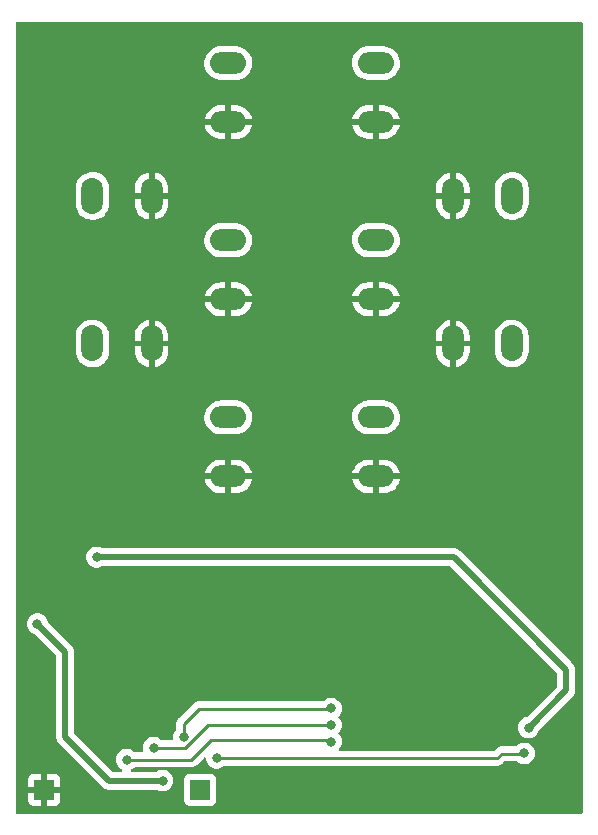
<source format=gbl>
G04 #@! TF.GenerationSoftware,KiCad,Pcbnew,7.0.10*
G04 #@! TF.CreationDate,2024-05-11T00:59:34-04:00*
G04 #@! TF.ProjectId,Remote PCB V2,52656d6f-7465-4205-9043-422056322e6b,rev?*
G04 #@! TF.SameCoordinates,Original*
G04 #@! TF.FileFunction,Copper,L2,Bot*
G04 #@! TF.FilePolarity,Positive*
%FSLAX46Y46*%
G04 Gerber Fmt 4.6, Leading zero omitted, Abs format (unit mm)*
G04 Created by KiCad (PCBNEW 7.0.10) date 2024-05-11 00:59:34*
%MOMM*%
%LPD*%
G01*
G04 APERTURE LIST*
G04 #@! TA.AperFunction,ComponentPad*
%ADD10R,1.700000X1.700000*%
G04 #@! TD*
G04 #@! TA.AperFunction,ComponentPad*
%ADD11O,3.048000X1.850000*%
G04 #@! TD*
G04 #@! TA.AperFunction,ComponentPad*
%ADD12O,1.850000X3.048000*%
G04 #@! TD*
G04 #@! TA.AperFunction,ViaPad*
%ADD13C,0.800000*%
G04 #@! TD*
G04 #@! TA.AperFunction,Conductor*
%ADD14C,0.500000*%
G04 #@! TD*
G04 #@! TA.AperFunction,Conductor*
%ADD15C,0.250000*%
G04 #@! TD*
G04 APERTURE END LIST*
D10*
X77851000Y-65278000D03*
D11*
X80230000Y-3754000D03*
X92730000Y-3754000D03*
X80230000Y-8754000D03*
X92730000Y-8754000D03*
X80230000Y-33754000D03*
X92730000Y-33754000D03*
X80230000Y-38754000D03*
X92730000Y-38754000D03*
D10*
X64643000Y-65278000D03*
D12*
X68730000Y-27504000D03*
X68730000Y-15004000D03*
X73730000Y-27504000D03*
X73730000Y-15004000D03*
X99230000Y-27504000D03*
X99230000Y-15004000D03*
X104230000Y-27504000D03*
X104230000Y-15004000D03*
D11*
X80230000Y-18754000D03*
X92730000Y-18754000D03*
X80230000Y-23754000D03*
X92730000Y-23754000D03*
D13*
X77597000Y-42418000D03*
X71501000Y-66294000D03*
X103759000Y-60960000D03*
X105664000Y-60021000D03*
X69088000Y-45593000D03*
X88930000Y-58404000D03*
X76454000Y-60833000D03*
X73914000Y-61722000D03*
X88930000Y-59802800D03*
X88930000Y-61202800D03*
X71628000Y-62738000D03*
X79248000Y-62611000D03*
X105283000Y-62206500D03*
X74676000Y-64516000D03*
X64071500Y-51244500D03*
D14*
X108839000Y-56846000D02*
X105664000Y-60021000D01*
X69088000Y-45593000D02*
X99314000Y-45593000D01*
X99314000Y-45593000D02*
X108839000Y-55118000D01*
X108839000Y-55118000D02*
X108839000Y-56846000D01*
D15*
X76454000Y-59690000D02*
X77724000Y-58420000D01*
X88914000Y-58420000D02*
X88930000Y-58404000D01*
X76454000Y-60833000D02*
X76454000Y-59690000D01*
X77724000Y-58420000D02*
X88914000Y-58420000D01*
X78500200Y-59802800D02*
X88930000Y-59802800D01*
X73914000Y-61722000D02*
X76590305Y-61722000D01*
X76590305Y-61722000D02*
X77179000Y-61133305D01*
X77179000Y-61133305D02*
X77179000Y-61124000D01*
X77179000Y-61124000D02*
X78500200Y-59802800D01*
X88814200Y-61087000D02*
X88930000Y-61202800D01*
X78740000Y-61087000D02*
X88814200Y-61087000D01*
X77089000Y-62738000D02*
X78740000Y-61087000D01*
X71628000Y-62738000D02*
X77089000Y-62738000D01*
X103378000Y-62230000D02*
X105259500Y-62230000D01*
X79248000Y-62611000D02*
X102997000Y-62611000D01*
X102997000Y-62611000D02*
X103378000Y-62230000D01*
X105259500Y-62230000D02*
X105283000Y-62206500D01*
D14*
X66421000Y-60833000D02*
X66421000Y-53594000D01*
X70104000Y-64516000D02*
X69850000Y-64262000D01*
X74676000Y-64516000D02*
X70104000Y-64516000D01*
X66421000Y-53594000D02*
X64071500Y-51244500D01*
X69850000Y-64262000D02*
X66421000Y-60833000D01*
D15*
X63881000Y-51054000D02*
X64071500Y-51244500D01*
G04 #@! TA.AperFunction,Conductor*
G36*
X110178539Y-274185D02*
G01*
X110224294Y-326989D01*
X110235500Y-378500D01*
X110235500Y-67185500D01*
X110215815Y-67252539D01*
X110163011Y-67298294D01*
X110111500Y-67309500D01*
X62354500Y-67309500D01*
X62287461Y-67289815D01*
X62241706Y-67237011D01*
X62230500Y-67185500D01*
X62230500Y-66175844D01*
X63293000Y-66175844D01*
X63299401Y-66235372D01*
X63299403Y-66235379D01*
X63349645Y-66370086D01*
X63349649Y-66370093D01*
X63435809Y-66485187D01*
X63435812Y-66485190D01*
X63550906Y-66571350D01*
X63550913Y-66571354D01*
X63685620Y-66621596D01*
X63685627Y-66621598D01*
X63745155Y-66627999D01*
X63745172Y-66628000D01*
X64393000Y-66628000D01*
X64393000Y-65713501D01*
X64500685Y-65762680D01*
X64607237Y-65778000D01*
X64678763Y-65778000D01*
X64785315Y-65762680D01*
X64893000Y-65713501D01*
X64893000Y-66628000D01*
X65540828Y-66628000D01*
X65540844Y-66627999D01*
X65600372Y-66621598D01*
X65600379Y-66621596D01*
X65735086Y-66571354D01*
X65735093Y-66571350D01*
X65850187Y-66485190D01*
X65850190Y-66485187D01*
X65936350Y-66370093D01*
X65936354Y-66370086D01*
X65986596Y-66235379D01*
X65986598Y-66235372D01*
X65992996Y-66175870D01*
X76500500Y-66175870D01*
X76500501Y-66175876D01*
X76506908Y-66235483D01*
X76557202Y-66370328D01*
X76557206Y-66370335D01*
X76643452Y-66485544D01*
X76643455Y-66485547D01*
X76758664Y-66571793D01*
X76758671Y-66571797D01*
X76893517Y-66622091D01*
X76893516Y-66622091D01*
X76900444Y-66622835D01*
X76953127Y-66628500D01*
X78748872Y-66628499D01*
X78808483Y-66622091D01*
X78943331Y-66571796D01*
X79058546Y-66485546D01*
X79144796Y-66370331D01*
X79195091Y-66235483D01*
X79201500Y-66175873D01*
X79201499Y-64380128D01*
X79195091Y-64320517D01*
X79144884Y-64185906D01*
X79144797Y-64185671D01*
X79144793Y-64185664D01*
X79058547Y-64070455D01*
X79058544Y-64070452D01*
X78943335Y-63984206D01*
X78943328Y-63984202D01*
X78808482Y-63933908D01*
X78808483Y-63933908D01*
X78748883Y-63927501D01*
X78748881Y-63927500D01*
X78748873Y-63927500D01*
X78748864Y-63927500D01*
X76953129Y-63927500D01*
X76953123Y-63927501D01*
X76893516Y-63933908D01*
X76758671Y-63984202D01*
X76758664Y-63984206D01*
X76643455Y-64070452D01*
X76643452Y-64070455D01*
X76557206Y-64185664D01*
X76557202Y-64185671D01*
X76506908Y-64320517D01*
X76500501Y-64380116D01*
X76500501Y-64380123D01*
X76500500Y-64380135D01*
X76500500Y-66175870D01*
X65992996Y-66175870D01*
X65992999Y-66175844D01*
X65993000Y-66175827D01*
X65993000Y-65528000D01*
X65076686Y-65528000D01*
X65102493Y-65487844D01*
X65143000Y-65349889D01*
X65143000Y-65206111D01*
X65102493Y-65068156D01*
X65076686Y-65028000D01*
X65993000Y-65028000D01*
X65993000Y-64380172D01*
X65992999Y-64380155D01*
X65986598Y-64320627D01*
X65986596Y-64320620D01*
X65936354Y-64185913D01*
X65936350Y-64185906D01*
X65850190Y-64070812D01*
X65850187Y-64070809D01*
X65735093Y-63984649D01*
X65735086Y-63984645D01*
X65600379Y-63934403D01*
X65600372Y-63934401D01*
X65540844Y-63928000D01*
X64893000Y-63928000D01*
X64893000Y-64842498D01*
X64785315Y-64793320D01*
X64678763Y-64778000D01*
X64607237Y-64778000D01*
X64500685Y-64793320D01*
X64393000Y-64842498D01*
X64393000Y-63928000D01*
X63745155Y-63928000D01*
X63685627Y-63934401D01*
X63685620Y-63934403D01*
X63550913Y-63984645D01*
X63550906Y-63984649D01*
X63435812Y-64070809D01*
X63435809Y-64070812D01*
X63349649Y-64185906D01*
X63349645Y-64185913D01*
X63299403Y-64320620D01*
X63299401Y-64320627D01*
X63293000Y-64380155D01*
X63293000Y-65028000D01*
X64209314Y-65028000D01*
X64183507Y-65068156D01*
X64143000Y-65206111D01*
X64143000Y-65349889D01*
X64183507Y-65487844D01*
X64209314Y-65528000D01*
X63293000Y-65528000D01*
X63293000Y-66175844D01*
X62230500Y-66175844D01*
X62230500Y-51244500D01*
X63166040Y-51244500D01*
X63185826Y-51432756D01*
X63185827Y-51432759D01*
X63244318Y-51612777D01*
X63244321Y-51612784D01*
X63338967Y-51776716D01*
X63465629Y-51917388D01*
X63618765Y-52028648D01*
X63618770Y-52028651D01*
X63791691Y-52105642D01*
X63791693Y-52105642D01*
X63791697Y-52105644D01*
X63856829Y-52119487D01*
X63918309Y-52152678D01*
X63918728Y-52153096D01*
X65634181Y-53868549D01*
X65667666Y-53929872D01*
X65670500Y-53956230D01*
X65670500Y-60769294D01*
X65669191Y-60787263D01*
X65665710Y-60811025D01*
X65670028Y-60860368D01*
X65670500Y-60871176D01*
X65670500Y-60876711D01*
X65674098Y-60907495D01*
X65674464Y-60911083D01*
X65681000Y-60985791D01*
X65682461Y-60992867D01*
X65682403Y-60992878D01*
X65684034Y-61000237D01*
X65684092Y-61000224D01*
X65685757Y-61007249D01*
X65685758Y-61007254D01*
X65685759Y-61007255D01*
X65700992Y-61049110D01*
X65711400Y-61077705D01*
X65712582Y-61081107D01*
X65736182Y-61152326D01*
X65739236Y-61158874D01*
X65739182Y-61158898D01*
X65742470Y-61165688D01*
X65742521Y-61165663D01*
X65745761Y-61172114D01*
X65786979Y-61234784D01*
X65788889Y-61237782D01*
X65819972Y-61288174D01*
X65828289Y-61301658D01*
X65832766Y-61307319D01*
X65832719Y-61307356D01*
X65837482Y-61313202D01*
X65837528Y-61313164D01*
X65842173Y-61318699D01*
X65896708Y-61370150D01*
X65899296Y-61372664D01*
X69252947Y-64726314D01*
X69252957Y-64726325D01*
X69257287Y-64730655D01*
X69257288Y-64730656D01*
X69528274Y-65001641D01*
X69540050Y-65015268D01*
X69554391Y-65034531D01*
X69592342Y-65066377D01*
X69600316Y-65073684D01*
X69604218Y-65077586D01*
X69628544Y-65096821D01*
X69631340Y-65099099D01*
X69659062Y-65122360D01*
X69688786Y-65147302D01*
X69688794Y-65147306D01*
X69694824Y-65151273D01*
X69694790Y-65151323D01*
X69701137Y-65155366D01*
X69701169Y-65155316D01*
X69707321Y-65159110D01*
X69775294Y-65190806D01*
X69778510Y-65192362D01*
X69845567Y-65226040D01*
X69845576Y-65226042D01*
X69852355Y-65228510D01*
X69852334Y-65228567D01*
X69859451Y-65231040D01*
X69859470Y-65230984D01*
X69866324Y-65233255D01*
X69866325Y-65233255D01*
X69866327Y-65233256D01*
X69939848Y-65248436D01*
X69943209Y-65249181D01*
X70016279Y-65266500D01*
X70016285Y-65266500D01*
X70023452Y-65267338D01*
X70023445Y-65267397D01*
X70030946Y-65268163D01*
X70030952Y-65268104D01*
X70038141Y-65268733D01*
X70038143Y-65268732D01*
X70038144Y-65268733D01*
X70113111Y-65266552D01*
X70116717Y-65266500D01*
X74136663Y-65266500D01*
X74203702Y-65286185D01*
X74209548Y-65290182D01*
X74223265Y-65300148D01*
X74223270Y-65300151D01*
X74396192Y-65377142D01*
X74396197Y-65377144D01*
X74581354Y-65416500D01*
X74581355Y-65416500D01*
X74770644Y-65416500D01*
X74770646Y-65416500D01*
X74955803Y-65377144D01*
X75128730Y-65300151D01*
X75281871Y-65188888D01*
X75408533Y-65048216D01*
X75503179Y-64884284D01*
X75561674Y-64704256D01*
X75581460Y-64516000D01*
X75561674Y-64327744D01*
X75503179Y-64147716D01*
X75408533Y-63983784D01*
X75281871Y-63843112D01*
X75281870Y-63843111D01*
X75128734Y-63731851D01*
X75128729Y-63731848D01*
X74955807Y-63654857D01*
X74955802Y-63654855D01*
X74809944Y-63623853D01*
X74770646Y-63615500D01*
X74581354Y-63615500D01*
X74548897Y-63622398D01*
X74396197Y-63654855D01*
X74396192Y-63654857D01*
X74223270Y-63731848D01*
X74223265Y-63731851D01*
X74209548Y-63741818D01*
X74143742Y-63765298D01*
X74136663Y-63765500D01*
X72117533Y-63765500D01*
X72050494Y-63745815D01*
X72004739Y-63693011D01*
X71994795Y-63623853D01*
X72023820Y-63560297D01*
X72067094Y-63528221D01*
X72080730Y-63522151D01*
X72233871Y-63410888D01*
X72236788Y-63407647D01*
X72239600Y-63404526D01*
X72299087Y-63367879D01*
X72331748Y-63363500D01*
X77006257Y-63363500D01*
X77021877Y-63365224D01*
X77021904Y-63364939D01*
X77029660Y-63365671D01*
X77029667Y-63365673D01*
X77096873Y-63363561D01*
X77100768Y-63363500D01*
X77128346Y-63363500D01*
X77128350Y-63363500D01*
X77132324Y-63362997D01*
X77143963Y-63362080D01*
X77187627Y-63360709D01*
X77206869Y-63355117D01*
X77225912Y-63351174D01*
X77245792Y-63348664D01*
X77286401Y-63332585D01*
X77297444Y-63328803D01*
X77339390Y-63316618D01*
X77356629Y-63306422D01*
X77374103Y-63297862D01*
X77392727Y-63290488D01*
X77392727Y-63290487D01*
X77392732Y-63290486D01*
X77428083Y-63264800D01*
X77437814Y-63258408D01*
X77475420Y-63236170D01*
X77489589Y-63221999D01*
X77504379Y-63209368D01*
X77520587Y-63197594D01*
X77548438Y-63163926D01*
X77556279Y-63155309D01*
X78135703Y-62575885D01*
X78197024Y-62542402D01*
X78266716Y-62547386D01*
X78322649Y-62589258D01*
X78346702Y-62650604D01*
X78362326Y-62799256D01*
X78362327Y-62799259D01*
X78420818Y-62979277D01*
X78420821Y-62979284D01*
X78515467Y-63143216D01*
X78619179Y-63258399D01*
X78642129Y-63283888D01*
X78795265Y-63395148D01*
X78795270Y-63395151D01*
X78968192Y-63472142D01*
X78968197Y-63472144D01*
X79153354Y-63511500D01*
X79153355Y-63511500D01*
X79342644Y-63511500D01*
X79342646Y-63511500D01*
X79527803Y-63472144D01*
X79700730Y-63395151D01*
X79853871Y-63283888D01*
X79856788Y-63280647D01*
X79859600Y-63277526D01*
X79919087Y-63240879D01*
X79951748Y-63236500D01*
X102914257Y-63236500D01*
X102929877Y-63238224D01*
X102929904Y-63237939D01*
X102937660Y-63238671D01*
X102937667Y-63238673D01*
X103004873Y-63236561D01*
X103008768Y-63236500D01*
X103036346Y-63236500D01*
X103036350Y-63236500D01*
X103040324Y-63235997D01*
X103051963Y-63235080D01*
X103095627Y-63233709D01*
X103114869Y-63228117D01*
X103133912Y-63224174D01*
X103153792Y-63221664D01*
X103194401Y-63205585D01*
X103205444Y-63201803D01*
X103247390Y-63189618D01*
X103264629Y-63179422D01*
X103282103Y-63170862D01*
X103300727Y-63163488D01*
X103300727Y-63163487D01*
X103300732Y-63163486D01*
X103336083Y-63137800D01*
X103345814Y-63131408D01*
X103383420Y-63109170D01*
X103397586Y-63095003D01*
X103412381Y-63082368D01*
X103428584Y-63070596D01*
X103428583Y-63070596D01*
X103428587Y-63070594D01*
X103456437Y-63036928D01*
X103464268Y-63028321D01*
X103600773Y-62891817D01*
X103662096Y-62858334D01*
X103688453Y-62855500D01*
X104603959Y-62855500D01*
X104670998Y-62875185D01*
X104676844Y-62879182D01*
X104830265Y-62990648D01*
X104830270Y-62990651D01*
X105003192Y-63067642D01*
X105003197Y-63067644D01*
X105188354Y-63107000D01*
X105188355Y-63107000D01*
X105377644Y-63107000D01*
X105377646Y-63107000D01*
X105562803Y-63067644D01*
X105735730Y-62990651D01*
X105888871Y-62879388D01*
X106015533Y-62738716D01*
X106110179Y-62574784D01*
X106168674Y-62394756D01*
X106188460Y-62206500D01*
X106168674Y-62018244D01*
X106110179Y-61838216D01*
X106015533Y-61674284D01*
X105888871Y-61533612D01*
X105888870Y-61533611D01*
X105735734Y-61422351D01*
X105735729Y-61422348D01*
X105562807Y-61345357D01*
X105562802Y-61345355D01*
X105411350Y-61313164D01*
X105377646Y-61306000D01*
X105188354Y-61306000D01*
X105155897Y-61312898D01*
X105003197Y-61345355D01*
X105003192Y-61345357D01*
X104830270Y-61422348D01*
X104830265Y-61422351D01*
X104677129Y-61533611D01*
X104650243Y-61563472D01*
X104590756Y-61600121D01*
X104558093Y-61604500D01*
X103460737Y-61604500D01*
X103445120Y-61602776D01*
X103445093Y-61603062D01*
X103437331Y-61602327D01*
X103370144Y-61604439D01*
X103366250Y-61604500D01*
X103338650Y-61604500D01*
X103334962Y-61604965D01*
X103334649Y-61605005D01*
X103323031Y-61605918D01*
X103279372Y-61607290D01*
X103279369Y-61607291D01*
X103260126Y-61612881D01*
X103241083Y-61616825D01*
X103221204Y-61619336D01*
X103221203Y-61619337D01*
X103180593Y-61635415D01*
X103169548Y-61639197D01*
X103127608Y-61651383D01*
X103127604Y-61651385D01*
X103110365Y-61661580D01*
X103092898Y-61670137D01*
X103074269Y-61677512D01*
X103074267Y-61677514D01*
X103038926Y-61703189D01*
X103029168Y-61709599D01*
X102991580Y-61731828D01*
X102977408Y-61746000D01*
X102962623Y-61758628D01*
X102946412Y-61770407D01*
X102918571Y-61804059D01*
X102910711Y-61812696D01*
X102774226Y-61949182D01*
X102712906Y-61982666D01*
X102686547Y-61985500D01*
X89715504Y-61985500D01*
X89648465Y-61965815D01*
X89602710Y-61913011D01*
X89592766Y-61843853D01*
X89621791Y-61780297D01*
X89623355Y-61778527D01*
X89623356Y-61778526D01*
X89662533Y-61735016D01*
X89757179Y-61571084D01*
X89815674Y-61391056D01*
X89835460Y-61202800D01*
X89815674Y-61014544D01*
X89757179Y-60834516D01*
X89662533Y-60670584D01*
X89586165Y-60585769D01*
X89555937Y-60522781D01*
X89564562Y-60453446D01*
X89586162Y-60419833D01*
X89662533Y-60335016D01*
X89757179Y-60171084D01*
X89815674Y-59991056D01*
X89835460Y-59802800D01*
X89815674Y-59614544D01*
X89757179Y-59434516D01*
X89662533Y-59270584D01*
X89586707Y-59186370D01*
X89556478Y-59123381D01*
X89565102Y-59054046D01*
X89586705Y-59020430D01*
X89662533Y-58936216D01*
X89757179Y-58772284D01*
X89815674Y-58592256D01*
X89835460Y-58404000D01*
X89815674Y-58215744D01*
X89757179Y-58035716D01*
X89662533Y-57871784D01*
X89535871Y-57731112D01*
X89535870Y-57731111D01*
X89382734Y-57619851D01*
X89382729Y-57619848D01*
X89209807Y-57542857D01*
X89209802Y-57542855D01*
X89064001Y-57511865D01*
X89024646Y-57503500D01*
X88835354Y-57503500D01*
X88802897Y-57510398D01*
X88650197Y-57542855D01*
X88650192Y-57542857D01*
X88477270Y-57619848D01*
X88477265Y-57619851D01*
X88324129Y-57731111D01*
X88303996Y-57753472D01*
X88244509Y-57790121D01*
X88211846Y-57794500D01*
X77806737Y-57794500D01*
X77791120Y-57792776D01*
X77791093Y-57793062D01*
X77783331Y-57792327D01*
X77716144Y-57794439D01*
X77712250Y-57794500D01*
X77684650Y-57794500D01*
X77680962Y-57794965D01*
X77680649Y-57795005D01*
X77669031Y-57795918D01*
X77625373Y-57797290D01*
X77625372Y-57797290D01*
X77606129Y-57802881D01*
X77587079Y-57806825D01*
X77567211Y-57809334D01*
X77567210Y-57809335D01*
X77526600Y-57825413D01*
X77515553Y-57829195D01*
X77473610Y-57841381D01*
X77473609Y-57841382D01*
X77456367Y-57851579D01*
X77438899Y-57860137D01*
X77420269Y-57867513D01*
X77420266Y-57867515D01*
X77384939Y-57893181D01*
X77375180Y-57899592D01*
X77337579Y-57921830D01*
X77323408Y-57936000D01*
X77308623Y-57948628D01*
X77292412Y-57960407D01*
X77264571Y-57994059D01*
X77256711Y-58002696D01*
X76070208Y-59189199D01*
X76057951Y-59199020D01*
X76058134Y-59199241D01*
X76052122Y-59204214D01*
X76006098Y-59253223D01*
X76003391Y-59256016D01*
X75983889Y-59275517D01*
X75983875Y-59275534D01*
X75981407Y-59278715D01*
X75973843Y-59287570D01*
X75943937Y-59319418D01*
X75943936Y-59319420D01*
X75934284Y-59336976D01*
X75923610Y-59353226D01*
X75911329Y-59369061D01*
X75911324Y-59369068D01*
X75893975Y-59409158D01*
X75888838Y-59419644D01*
X75867803Y-59457906D01*
X75862822Y-59477307D01*
X75856521Y-59495710D01*
X75848562Y-59514102D01*
X75848561Y-59514105D01*
X75841728Y-59557243D01*
X75839360Y-59568674D01*
X75828501Y-59610971D01*
X75828500Y-59610982D01*
X75828500Y-59631016D01*
X75826973Y-59650413D01*
X75826608Y-59652722D01*
X75823840Y-59670194D01*
X75823840Y-59670195D01*
X75827950Y-59713674D01*
X75828500Y-59725343D01*
X75828500Y-60134312D01*
X75808815Y-60201351D01*
X75796650Y-60217284D01*
X75721466Y-60300784D01*
X75626821Y-60464715D01*
X75626818Y-60464722D01*
X75568327Y-60644740D01*
X75568326Y-60644744D01*
X75548540Y-60833000D01*
X75561839Y-60959540D01*
X75549270Y-61028268D01*
X75501538Y-61079292D01*
X75438519Y-61096500D01*
X74617748Y-61096500D01*
X74550709Y-61076815D01*
X74525600Y-61055474D01*
X74519873Y-61049114D01*
X74519869Y-61049110D01*
X74366734Y-60937851D01*
X74366729Y-60937848D01*
X74193807Y-60860857D01*
X74193802Y-60860855D01*
X74048001Y-60829865D01*
X74008646Y-60821500D01*
X73819354Y-60821500D01*
X73786897Y-60828398D01*
X73634197Y-60860855D01*
X73634192Y-60860857D01*
X73461270Y-60937848D01*
X73461265Y-60937851D01*
X73308129Y-61049111D01*
X73181466Y-61189785D01*
X73086821Y-61353715D01*
X73086818Y-61353722D01*
X73028369Y-61533611D01*
X73028326Y-61533744D01*
X73013991Y-61670137D01*
X73008540Y-61722000D01*
X73028326Y-61910257D01*
X73029221Y-61913011D01*
X73041299Y-61950182D01*
X73043294Y-62020022D01*
X73007214Y-62079855D01*
X72944513Y-62110684D01*
X72923368Y-62112500D01*
X72331748Y-62112500D01*
X72264709Y-62092815D01*
X72239600Y-62071474D01*
X72233873Y-62065114D01*
X72233869Y-62065110D01*
X72080734Y-61953851D01*
X72080729Y-61953848D01*
X71907807Y-61876857D01*
X71907802Y-61876855D01*
X71752535Y-61843853D01*
X71722646Y-61837500D01*
X71533354Y-61837500D01*
X71503465Y-61843853D01*
X71348197Y-61876855D01*
X71348192Y-61876857D01*
X71175270Y-61953848D01*
X71175265Y-61953851D01*
X71022129Y-62065111D01*
X70895466Y-62205785D01*
X70800821Y-62369715D01*
X70800818Y-62369722D01*
X70743092Y-62547386D01*
X70742326Y-62549744D01*
X70722540Y-62738000D01*
X70742326Y-62926256D01*
X70742327Y-62926259D01*
X70800818Y-63106277D01*
X70800821Y-63106284D01*
X70895467Y-63270216D01*
X71007957Y-63395148D01*
X71022129Y-63410888D01*
X71175265Y-63522148D01*
X71175267Y-63522149D01*
X71175270Y-63522151D01*
X71188904Y-63528221D01*
X71242140Y-63573472D01*
X71262461Y-63640321D01*
X71243415Y-63707545D01*
X71191048Y-63753800D01*
X71138467Y-63765500D01*
X70466230Y-63765500D01*
X70399191Y-63745815D01*
X70378549Y-63729181D01*
X67207819Y-60558451D01*
X67174334Y-60497128D01*
X67171500Y-60470770D01*
X67171500Y-53657705D01*
X67172809Y-53639735D01*
X67173129Y-53637547D01*
X67176289Y-53615977D01*
X67171972Y-53566630D01*
X67171500Y-53555822D01*
X67171500Y-53550296D01*
X67171500Y-53550291D01*
X67167901Y-53519509D01*
X67167536Y-53515929D01*
X67160999Y-53441201D01*
X67159539Y-53434129D01*
X67159597Y-53434116D01*
X67157965Y-53426757D01*
X67157906Y-53426772D01*
X67156241Y-53419751D01*
X67156241Y-53419745D01*
X67130569Y-53349212D01*
X67129421Y-53345909D01*
X67105814Y-53274666D01*
X67105810Y-53274659D01*
X67102760Y-53268118D01*
X67102815Y-53268091D01*
X67099533Y-53261313D01*
X67099480Y-53261340D01*
X67096235Y-53254880D01*
X67055025Y-53192223D01*
X67053086Y-53189181D01*
X67013710Y-53125342D01*
X67009234Y-53119682D01*
X67009281Y-53119644D01*
X67004519Y-53113799D01*
X67004474Y-53113838D01*
X66999831Y-53108305D01*
X66945272Y-53056831D01*
X66942685Y-53054318D01*
X64984270Y-51095902D01*
X64954021Y-51046541D01*
X64898679Y-50876216D01*
X64804033Y-50712284D01*
X64677371Y-50571612D01*
X64677370Y-50571611D01*
X64524234Y-50460351D01*
X64524229Y-50460348D01*
X64351307Y-50383357D01*
X64351302Y-50383355D01*
X64205501Y-50352365D01*
X64166146Y-50344000D01*
X63976854Y-50344000D01*
X63944397Y-50350898D01*
X63791697Y-50383355D01*
X63791692Y-50383357D01*
X63618770Y-50460348D01*
X63618765Y-50460351D01*
X63465629Y-50571611D01*
X63338966Y-50712285D01*
X63244321Y-50876215D01*
X63244318Y-50876222D01*
X63188979Y-51046539D01*
X63185826Y-51056244D01*
X63166040Y-51244500D01*
X62230500Y-51244500D01*
X62230500Y-45593000D01*
X68182540Y-45593000D01*
X68202326Y-45781256D01*
X68202327Y-45781259D01*
X68260818Y-45961277D01*
X68260821Y-45961284D01*
X68355467Y-46125216D01*
X68482129Y-46265888D01*
X68635265Y-46377148D01*
X68635270Y-46377151D01*
X68808192Y-46454142D01*
X68808197Y-46454144D01*
X68993354Y-46493500D01*
X68993355Y-46493500D01*
X69182644Y-46493500D01*
X69182646Y-46493500D01*
X69367803Y-46454144D01*
X69540730Y-46377151D01*
X69542776Y-46375664D01*
X69554452Y-46367182D01*
X69620258Y-46343702D01*
X69627337Y-46343500D01*
X98951770Y-46343500D01*
X99018809Y-46363185D01*
X99039451Y-46379819D01*
X108052181Y-55392548D01*
X108085666Y-55453871D01*
X108088500Y-55480229D01*
X108088500Y-56483769D01*
X108068815Y-56550808D01*
X108052181Y-56571450D01*
X105511228Y-59112402D01*
X105449905Y-59145887D01*
X105449329Y-59146011D01*
X105384196Y-59159856D01*
X105384192Y-59159857D01*
X105211270Y-59236848D01*
X105211265Y-59236851D01*
X105058129Y-59348111D01*
X104931466Y-59488785D01*
X104836821Y-59652715D01*
X104836818Y-59652722D01*
X104788055Y-59802800D01*
X104778326Y-59832744D01*
X104758540Y-60021000D01*
X104778326Y-60209256D01*
X104778327Y-60209259D01*
X104836818Y-60389277D01*
X104836821Y-60389284D01*
X104931467Y-60553216D01*
X105037146Y-60670584D01*
X105058129Y-60693888D01*
X105211265Y-60805148D01*
X105211270Y-60805151D01*
X105384192Y-60882142D01*
X105384197Y-60882144D01*
X105569354Y-60921500D01*
X105569355Y-60921500D01*
X105758644Y-60921500D01*
X105758646Y-60921500D01*
X105943803Y-60882144D01*
X106116730Y-60805151D01*
X106269871Y-60693888D01*
X106396533Y-60553216D01*
X106491179Y-60389284D01*
X106546522Y-60218955D01*
X106576769Y-60169597D01*
X109324642Y-57421724D01*
X109338271Y-57409947D01*
X109357530Y-57395610D01*
X109389360Y-57357676D01*
X109396677Y-57349691D01*
X109400587Y-57345781D01*
X109400587Y-57345780D01*
X109400591Y-57345777D01*
X109419833Y-57321438D01*
X109422069Y-57318693D01*
X109470302Y-57261214D01*
X109470307Y-57261203D01*
X109474274Y-57255175D01*
X109474325Y-57255208D01*
X109478372Y-57248856D01*
X109478320Y-57248824D01*
X109482108Y-57242680D01*
X109482111Y-57242677D01*
X109513821Y-57174673D01*
X109515362Y-57171488D01*
X109549040Y-57104433D01*
X109549043Y-57104417D01*
X109551509Y-57097646D01*
X109551567Y-57097667D01*
X109554043Y-57090546D01*
X109553986Y-57090528D01*
X109556256Y-57083677D01*
X109556257Y-57083673D01*
X109571447Y-57010102D01*
X109572179Y-57006798D01*
X109589500Y-56933721D01*
X109589500Y-56933712D01*
X109590338Y-56926548D01*
X109590398Y-56926555D01*
X109591164Y-56919055D01*
X109591105Y-56919050D01*
X109591734Y-56911860D01*
X109589552Y-56836870D01*
X109589500Y-56833263D01*
X109589500Y-55181705D01*
X109590809Y-55163735D01*
X109594289Y-55139974D01*
X109589972Y-55090635D01*
X109589500Y-55079826D01*
X109589500Y-55074296D01*
X109589500Y-55074291D01*
X109585894Y-55043443D01*
X109585534Y-55039916D01*
X109578999Y-54965209D01*
X109577538Y-54958135D01*
X109577598Y-54958122D01*
X109575965Y-54950757D01*
X109575906Y-54950772D01*
X109574241Y-54943751D01*
X109574241Y-54943745D01*
X109548569Y-54873211D01*
X109547422Y-54869913D01*
X109523814Y-54798665D01*
X109523809Y-54798658D01*
X109520761Y-54792118D01*
X109520815Y-54792092D01*
X109517533Y-54785312D01*
X109517480Y-54785340D01*
X109514238Y-54778885D01*
X109514237Y-54778883D01*
X109473026Y-54716225D01*
X109471107Y-54713212D01*
X109431714Y-54649347D01*
X109427234Y-54643681D01*
X109427280Y-54643643D01*
X109422519Y-54637799D01*
X109422474Y-54637838D01*
X109417831Y-54632305D01*
X109363290Y-54580848D01*
X109360703Y-54578335D01*
X99889729Y-45107361D01*
X99877949Y-45093730D01*
X99863610Y-45074470D01*
X99825651Y-45042619D01*
X99817686Y-45035318D01*
X99813780Y-45031411D01*
X99789443Y-45012168D01*
X99786647Y-45009890D01*
X99729214Y-44961698D01*
X99723180Y-44957729D01*
X99723212Y-44957680D01*
X99716853Y-44953628D01*
X99716822Y-44953679D01*
X99710680Y-44949891D01*
X99710678Y-44949890D01*
X99710677Y-44949889D01*
X99642688Y-44918184D01*
X99639447Y-44916615D01*
X99608530Y-44901088D01*
X99572433Y-44882960D01*
X99572431Y-44882959D01*
X99572430Y-44882959D01*
X99565645Y-44880489D01*
X99565665Y-44880433D01*
X99558549Y-44877959D01*
X99558531Y-44878015D01*
X99551674Y-44875743D01*
X99478210Y-44860573D01*
X99474693Y-44859793D01*
X99401718Y-44842499D01*
X99394547Y-44841661D01*
X99394553Y-44841601D01*
X99387055Y-44840835D01*
X99387050Y-44840895D01*
X99379860Y-44840265D01*
X99304870Y-44842448D01*
X99301263Y-44842500D01*
X69627337Y-44842500D01*
X69560298Y-44822815D01*
X69554452Y-44818818D01*
X69540734Y-44808851D01*
X69540729Y-44808848D01*
X69367807Y-44731857D01*
X69367802Y-44731855D01*
X69222001Y-44700865D01*
X69182646Y-44692500D01*
X68993354Y-44692500D01*
X68960897Y-44699398D01*
X68808197Y-44731855D01*
X68808192Y-44731857D01*
X68635270Y-44808848D01*
X68635265Y-44808851D01*
X68482129Y-44920111D01*
X68355466Y-45060785D01*
X68260821Y-45224715D01*
X68260818Y-45224722D01*
X68202327Y-45404740D01*
X68202326Y-45404744D01*
X68182540Y-45593000D01*
X62230500Y-45593000D01*
X62230500Y-38503999D01*
X78226377Y-38503999D01*
X78226378Y-38504000D01*
X79629272Y-38504000D01*
X79606900Y-38551543D01*
X79576127Y-38712862D01*
X79586439Y-38876766D01*
X79627780Y-39004000D01*
X78227161Y-39004000D01*
X78263536Y-39172782D01*
X78263537Y-39172785D01*
X78353978Y-39397856D01*
X78481161Y-39604415D01*
X78641422Y-39786507D01*
X78641426Y-39786511D01*
X78830144Y-39938890D01*
X78830150Y-39938894D01*
X79041917Y-40057194D01*
X79270629Y-40138003D01*
X79270637Y-40138005D01*
X79509706Y-40178999D01*
X79509715Y-40179000D01*
X79980000Y-40179000D01*
X79980000Y-39358310D01*
X79988817Y-39363158D01*
X80147886Y-39404000D01*
X80270894Y-39404000D01*
X80392933Y-39388583D01*
X80480000Y-39354110D01*
X80480000Y-40179000D01*
X80889533Y-40179000D01*
X80889550Y-40178999D01*
X81070692Y-40163582D01*
X81305440Y-40102458D01*
X81526472Y-40002546D01*
X81526480Y-40002541D01*
X81727450Y-39866708D01*
X81727453Y-39866706D01*
X81902575Y-39698864D01*
X81902576Y-39698863D01*
X82046813Y-39503843D01*
X82156021Y-39287242D01*
X82227053Y-39055299D01*
X82233622Y-39004000D01*
X80830728Y-39004000D01*
X80853100Y-38956457D01*
X80883873Y-38795138D01*
X80873561Y-38631234D01*
X80832220Y-38504000D01*
X82232839Y-38504000D01*
X82232839Y-38503999D01*
X90726377Y-38503999D01*
X90726378Y-38504000D01*
X92129272Y-38504000D01*
X92106900Y-38551543D01*
X92076127Y-38712862D01*
X92086439Y-38876766D01*
X92127780Y-39004000D01*
X90727161Y-39004000D01*
X90763536Y-39172782D01*
X90763537Y-39172785D01*
X90853978Y-39397856D01*
X90981161Y-39604415D01*
X91141422Y-39786507D01*
X91141426Y-39786511D01*
X91330144Y-39938890D01*
X91330150Y-39938894D01*
X91541917Y-40057194D01*
X91770629Y-40138003D01*
X91770637Y-40138005D01*
X92009706Y-40178999D01*
X92009715Y-40179000D01*
X92480000Y-40179000D01*
X92480000Y-39358310D01*
X92488817Y-39363158D01*
X92647886Y-39404000D01*
X92770894Y-39404000D01*
X92892933Y-39388583D01*
X92980000Y-39354110D01*
X92980000Y-40179000D01*
X93389533Y-40179000D01*
X93389550Y-40178999D01*
X93570692Y-40163582D01*
X93805440Y-40102458D01*
X94026472Y-40002546D01*
X94026480Y-40002541D01*
X94227450Y-39866708D01*
X94227453Y-39866706D01*
X94402575Y-39698864D01*
X94402576Y-39698863D01*
X94546813Y-39503843D01*
X94656021Y-39287242D01*
X94727053Y-39055299D01*
X94733622Y-39004000D01*
X93330728Y-39004000D01*
X93353100Y-38956457D01*
X93383873Y-38795138D01*
X93373561Y-38631234D01*
X93332220Y-38504000D01*
X94732839Y-38504000D01*
X94696463Y-38335217D01*
X94696462Y-38335214D01*
X94606021Y-38110143D01*
X94478838Y-37903584D01*
X94318577Y-37721492D01*
X94318573Y-37721488D01*
X94129855Y-37569109D01*
X94129849Y-37569105D01*
X93918082Y-37450805D01*
X93689370Y-37369996D01*
X93689362Y-37369994D01*
X93450293Y-37329000D01*
X92980000Y-37329000D01*
X92980000Y-38149689D01*
X92971183Y-38144842D01*
X92812114Y-38104000D01*
X92689106Y-38104000D01*
X92567067Y-38119417D01*
X92480000Y-38153889D01*
X92480000Y-37329000D01*
X92070449Y-37329000D01*
X91889307Y-37344417D01*
X91654559Y-37405541D01*
X91433527Y-37505453D01*
X91433519Y-37505458D01*
X91232549Y-37641291D01*
X91232546Y-37641293D01*
X91057424Y-37809135D01*
X91057423Y-37809136D01*
X90913186Y-38004156D01*
X90803978Y-38220757D01*
X90732946Y-38452700D01*
X90726377Y-38503999D01*
X82232839Y-38503999D01*
X82196463Y-38335217D01*
X82196462Y-38335214D01*
X82106021Y-38110143D01*
X81978838Y-37903584D01*
X81818577Y-37721492D01*
X81818573Y-37721488D01*
X81629855Y-37569109D01*
X81629849Y-37569105D01*
X81418082Y-37450805D01*
X81189370Y-37369996D01*
X81189362Y-37369994D01*
X80950293Y-37329000D01*
X80480000Y-37329000D01*
X80480000Y-38149689D01*
X80471183Y-38144842D01*
X80312114Y-38104000D01*
X80189106Y-38104000D01*
X80067067Y-38119417D01*
X79980000Y-38153889D01*
X79980000Y-37329000D01*
X79570449Y-37329000D01*
X79389307Y-37344417D01*
X79154559Y-37405541D01*
X78933527Y-37505453D01*
X78933519Y-37505458D01*
X78732549Y-37641291D01*
X78732546Y-37641293D01*
X78557424Y-37809135D01*
X78557423Y-37809136D01*
X78413186Y-38004156D01*
X78303978Y-38220757D01*
X78232946Y-38452700D01*
X78226377Y-38503999D01*
X62230500Y-38503999D01*
X62230500Y-33693281D01*
X78201635Y-33693281D01*
X78211933Y-33935715D01*
X78211933Y-33935719D01*
X78263056Y-34172929D01*
X78263057Y-34172932D01*
X78353530Y-34398082D01*
X78480757Y-34604713D01*
X78641075Y-34786869D01*
X78641079Y-34786873D01*
X78829870Y-34939311D01*
X79041709Y-35057652D01*
X79041712Y-35057653D01*
X79270507Y-35138491D01*
X79270513Y-35138492D01*
X79509662Y-35179499D01*
X79509670Y-35179499D01*
X79509672Y-35179500D01*
X79509673Y-35179500D01*
X80889553Y-35179500D01*
X80889554Y-35179500D01*
X80889555Y-35179499D01*
X80889572Y-35179499D01*
X81070775Y-35164076D01*
X81070775Y-35164075D01*
X81070782Y-35164075D01*
X81305608Y-35102931D01*
X81305611Y-35102930D01*
X81526713Y-35002986D01*
X81526716Y-35002983D01*
X81526723Y-35002981D01*
X81727765Y-34867100D01*
X81902952Y-34699197D01*
X82047244Y-34504102D01*
X82156488Y-34287429D01*
X82227543Y-34055409D01*
X82258365Y-33814719D01*
X82253206Y-33693281D01*
X90701635Y-33693281D01*
X90711933Y-33935715D01*
X90711933Y-33935719D01*
X90763056Y-34172929D01*
X90763057Y-34172932D01*
X90853530Y-34398082D01*
X90980757Y-34604713D01*
X91141075Y-34786869D01*
X91141079Y-34786873D01*
X91329870Y-34939311D01*
X91541709Y-35057652D01*
X91541712Y-35057653D01*
X91770507Y-35138491D01*
X91770513Y-35138492D01*
X92009662Y-35179499D01*
X92009670Y-35179499D01*
X92009672Y-35179500D01*
X92009673Y-35179500D01*
X93389553Y-35179500D01*
X93389554Y-35179500D01*
X93389555Y-35179499D01*
X93389572Y-35179499D01*
X93570775Y-35164076D01*
X93570775Y-35164075D01*
X93570782Y-35164075D01*
X93805608Y-35102931D01*
X93805611Y-35102930D01*
X94026713Y-35002986D01*
X94026716Y-35002983D01*
X94026723Y-35002981D01*
X94227765Y-34867100D01*
X94402952Y-34699197D01*
X94547244Y-34504102D01*
X94656488Y-34287429D01*
X94727543Y-34055409D01*
X94758365Y-33814719D01*
X94748066Y-33572281D01*
X94696944Y-33335072D01*
X94606468Y-33109914D01*
X94479242Y-32903286D01*
X94318925Y-32721131D01*
X94318924Y-32721130D01*
X94318920Y-32721126D01*
X94130129Y-32568688D01*
X93918290Y-32450347D01*
X93689500Y-32369511D01*
X93689486Y-32369507D01*
X93450337Y-32328500D01*
X93450328Y-32328500D01*
X92070446Y-32328500D01*
X92070427Y-32328500D01*
X91889224Y-32343923D01*
X91889222Y-32343924D01*
X91654391Y-32405068D01*
X91654388Y-32405069D01*
X91433286Y-32505013D01*
X91433274Y-32505020D01*
X91232234Y-32640900D01*
X91232232Y-32640902D01*
X91057047Y-32808803D01*
X91057046Y-32808804D01*
X90912758Y-33003893D01*
X90803515Y-33220565D01*
X90803512Y-33220571D01*
X90732456Y-33452594D01*
X90701635Y-33693281D01*
X82253206Y-33693281D01*
X82248066Y-33572281D01*
X82196944Y-33335072D01*
X82106468Y-33109914D01*
X81979242Y-32903286D01*
X81818925Y-32721131D01*
X81818924Y-32721130D01*
X81818920Y-32721126D01*
X81630129Y-32568688D01*
X81418290Y-32450347D01*
X81189500Y-32369511D01*
X81189486Y-32369507D01*
X80950337Y-32328500D01*
X80950328Y-32328500D01*
X79570446Y-32328500D01*
X79570427Y-32328500D01*
X79389224Y-32343923D01*
X79389222Y-32343924D01*
X79154391Y-32405068D01*
X79154388Y-32405069D01*
X78933286Y-32505013D01*
X78933274Y-32505020D01*
X78732234Y-32640900D01*
X78732232Y-32640902D01*
X78557047Y-32808803D01*
X78557046Y-32808804D01*
X78412758Y-33003893D01*
X78303515Y-33220565D01*
X78303512Y-33220571D01*
X78232456Y-33452594D01*
X78201635Y-33693281D01*
X62230500Y-33693281D01*
X62230500Y-28163572D01*
X67304500Y-28163572D01*
X67319923Y-28344775D01*
X67319924Y-28344777D01*
X67381068Y-28579608D01*
X67381069Y-28579611D01*
X67481013Y-28800713D01*
X67481020Y-28800725D01*
X67616900Y-29001765D01*
X67616902Y-29001767D01*
X67784803Y-29176952D01*
X67784804Y-29176953D01*
X67979893Y-29321241D01*
X67979895Y-29321242D01*
X67979898Y-29321244D01*
X68196571Y-29430488D01*
X68428591Y-29501543D01*
X68669281Y-29532365D01*
X68911719Y-29522066D01*
X69148928Y-29470944D01*
X69374086Y-29380468D01*
X69580714Y-29253242D01*
X69762869Y-29092925D01*
X69915311Y-28904130D01*
X70033653Y-28692288D01*
X70114491Y-28463493D01*
X70134847Y-28344775D01*
X70155499Y-28224337D01*
X70155500Y-28224326D01*
X70155500Y-28163550D01*
X72305000Y-28163550D01*
X72320417Y-28344692D01*
X72381541Y-28579440D01*
X72481453Y-28800472D01*
X72481458Y-28800480D01*
X72617291Y-29001450D01*
X72617293Y-29001453D01*
X72785135Y-29176575D01*
X72785136Y-29176576D01*
X72980156Y-29320813D01*
X73196757Y-29430021D01*
X73428701Y-29501053D01*
X73428699Y-29501053D01*
X73479999Y-29507622D01*
X73480000Y-29507622D01*
X73480000Y-28108310D01*
X73488817Y-28113158D01*
X73647886Y-28154000D01*
X73770894Y-28154000D01*
X73892933Y-28138583D01*
X73980000Y-28104110D01*
X73980000Y-29506837D01*
X74148781Y-29470463D01*
X74148782Y-29470463D01*
X74373856Y-29380021D01*
X74580415Y-29252838D01*
X74762507Y-29092577D01*
X74762511Y-29092573D01*
X74914890Y-28903855D01*
X74914894Y-28903849D01*
X75033194Y-28692082D01*
X75114003Y-28463370D01*
X75114005Y-28463362D01*
X75154999Y-28224293D01*
X75155000Y-28224285D01*
X75155000Y-28163550D01*
X97805000Y-28163550D01*
X97820417Y-28344692D01*
X97881541Y-28579440D01*
X97981453Y-28800472D01*
X97981458Y-28800480D01*
X98117291Y-29001450D01*
X98117293Y-29001453D01*
X98285135Y-29176575D01*
X98285136Y-29176576D01*
X98480156Y-29320813D01*
X98696757Y-29430021D01*
X98928701Y-29501053D01*
X98928699Y-29501053D01*
X98979999Y-29507622D01*
X98980000Y-29507622D01*
X98980000Y-28108310D01*
X98988817Y-28113158D01*
X99147886Y-28154000D01*
X99270894Y-28154000D01*
X99392933Y-28138583D01*
X99480000Y-28104110D01*
X99480000Y-29506837D01*
X99648781Y-29470463D01*
X99648782Y-29470463D01*
X99873856Y-29380021D01*
X100080415Y-29252838D01*
X100262507Y-29092577D01*
X100262511Y-29092573D01*
X100414890Y-28903855D01*
X100414894Y-28903849D01*
X100533194Y-28692082D01*
X100614003Y-28463370D01*
X100614005Y-28463362D01*
X100654999Y-28224293D01*
X100655000Y-28224285D01*
X100655000Y-28163572D01*
X102804500Y-28163572D01*
X102819923Y-28344775D01*
X102819924Y-28344777D01*
X102881068Y-28579608D01*
X102881069Y-28579611D01*
X102981013Y-28800713D01*
X102981020Y-28800725D01*
X103116900Y-29001765D01*
X103116902Y-29001767D01*
X103284803Y-29176952D01*
X103284804Y-29176953D01*
X103479893Y-29321241D01*
X103479895Y-29321242D01*
X103479898Y-29321244D01*
X103696571Y-29430488D01*
X103928591Y-29501543D01*
X104169281Y-29532365D01*
X104411719Y-29522066D01*
X104648928Y-29470944D01*
X104874086Y-29380468D01*
X105080714Y-29253242D01*
X105262869Y-29092925D01*
X105415311Y-28904130D01*
X105533653Y-28692288D01*
X105614491Y-28463493D01*
X105634847Y-28344775D01*
X105655499Y-28224337D01*
X105655500Y-28224326D01*
X105655500Y-26844446D01*
X105655499Y-26844427D01*
X105640076Y-26663224D01*
X105640075Y-26663222D01*
X105640075Y-26663218D01*
X105591159Y-26475357D01*
X105578931Y-26428391D01*
X105578930Y-26428388D01*
X105478986Y-26207286D01*
X105478979Y-26207274D01*
X105343099Y-26006234D01*
X105343097Y-26006232D01*
X105175196Y-25831047D01*
X105175195Y-25831046D01*
X104980106Y-25686758D01*
X104972784Y-25683066D01*
X104763429Y-25577512D01*
X104531409Y-25506457D01*
X104531407Y-25506456D01*
X104531405Y-25506456D01*
X104290713Y-25475634D01*
X104048284Y-25485933D01*
X104048280Y-25485933D01*
X103811070Y-25537056D01*
X103811067Y-25537057D01*
X103585917Y-25627530D01*
X103379286Y-25754757D01*
X103197130Y-25915075D01*
X103197126Y-25915079D01*
X103044688Y-26103870D01*
X102926347Y-26315709D01*
X102845511Y-26544499D01*
X102845507Y-26544513D01*
X102804500Y-26783662D01*
X102804500Y-28163572D01*
X100655000Y-28163572D01*
X100655000Y-27754000D01*
X99830728Y-27754000D01*
X99853100Y-27706457D01*
X99883873Y-27545138D01*
X99873561Y-27381234D01*
X99832220Y-27254000D01*
X100655000Y-27254000D01*
X100655000Y-26844467D01*
X100654999Y-26844449D01*
X100639582Y-26663307D01*
X100578458Y-26428559D01*
X100478546Y-26207527D01*
X100478541Y-26207519D01*
X100342708Y-26006549D01*
X100342706Y-26006546D01*
X100174864Y-25831424D01*
X100174863Y-25831423D01*
X99979843Y-25687186D01*
X99763242Y-25577978D01*
X99531304Y-25506947D01*
X99531297Y-25506946D01*
X99480000Y-25500376D01*
X99480000Y-26899689D01*
X99471183Y-26894842D01*
X99312114Y-26854000D01*
X99189106Y-26854000D01*
X99067067Y-26869417D01*
X98980000Y-26903889D01*
X98980000Y-25501161D01*
X98811217Y-25537536D01*
X98811214Y-25537537D01*
X98586143Y-25627978D01*
X98379584Y-25755161D01*
X98197492Y-25915422D01*
X98197488Y-25915426D01*
X98045109Y-26104144D01*
X98045105Y-26104150D01*
X97926805Y-26315917D01*
X97845996Y-26544629D01*
X97845994Y-26544637D01*
X97805000Y-26783706D01*
X97805000Y-27254000D01*
X98629272Y-27254000D01*
X98606900Y-27301543D01*
X98576127Y-27462862D01*
X98586439Y-27626766D01*
X98627780Y-27754000D01*
X97805000Y-27754000D01*
X97805000Y-28163550D01*
X75155000Y-28163550D01*
X75155000Y-27754000D01*
X74330728Y-27754000D01*
X74353100Y-27706457D01*
X74383873Y-27545138D01*
X74373561Y-27381234D01*
X74332220Y-27254000D01*
X75155000Y-27254000D01*
X75155000Y-26844467D01*
X75154999Y-26844449D01*
X75139582Y-26663307D01*
X75078458Y-26428559D01*
X74978546Y-26207527D01*
X74978541Y-26207519D01*
X74842708Y-26006549D01*
X74842706Y-26006546D01*
X74674864Y-25831424D01*
X74674863Y-25831423D01*
X74479843Y-25687186D01*
X74263242Y-25577978D01*
X74031304Y-25506947D01*
X74031297Y-25506946D01*
X73980000Y-25500376D01*
X73980000Y-26899689D01*
X73971183Y-26894842D01*
X73812114Y-26854000D01*
X73689106Y-26854000D01*
X73567067Y-26869417D01*
X73480000Y-26903889D01*
X73480000Y-25501161D01*
X73311217Y-25537536D01*
X73311214Y-25537537D01*
X73086143Y-25627978D01*
X72879584Y-25755161D01*
X72697492Y-25915422D01*
X72697488Y-25915426D01*
X72545109Y-26104144D01*
X72545105Y-26104150D01*
X72426805Y-26315917D01*
X72345996Y-26544629D01*
X72345994Y-26544637D01*
X72305000Y-26783706D01*
X72305000Y-27254000D01*
X73129272Y-27254000D01*
X73106900Y-27301543D01*
X73076127Y-27462862D01*
X73086439Y-27626766D01*
X73127780Y-27754000D01*
X72305000Y-27754000D01*
X72305000Y-28163550D01*
X70155500Y-28163550D01*
X70155500Y-26844446D01*
X70155499Y-26844427D01*
X70140076Y-26663224D01*
X70140075Y-26663222D01*
X70140075Y-26663218D01*
X70091159Y-26475357D01*
X70078931Y-26428391D01*
X70078930Y-26428388D01*
X69978986Y-26207286D01*
X69978979Y-26207274D01*
X69843099Y-26006234D01*
X69843097Y-26006232D01*
X69675196Y-25831047D01*
X69675195Y-25831046D01*
X69480106Y-25686758D01*
X69472784Y-25683066D01*
X69263429Y-25577512D01*
X69031409Y-25506457D01*
X69031407Y-25506456D01*
X69031405Y-25506456D01*
X68790713Y-25475634D01*
X68548284Y-25485933D01*
X68548280Y-25485933D01*
X68311070Y-25537056D01*
X68311067Y-25537057D01*
X68085917Y-25627530D01*
X67879286Y-25754757D01*
X67697130Y-25915075D01*
X67697126Y-25915079D01*
X67544688Y-26103870D01*
X67426347Y-26315709D01*
X67345511Y-26544499D01*
X67345507Y-26544513D01*
X67304500Y-26783662D01*
X67304500Y-28163572D01*
X62230500Y-28163572D01*
X62230500Y-23503999D01*
X78226377Y-23503999D01*
X78226378Y-23504000D01*
X79629272Y-23504000D01*
X79606900Y-23551543D01*
X79576127Y-23712862D01*
X79586439Y-23876766D01*
X79627780Y-24004000D01*
X78227161Y-24004000D01*
X78263536Y-24172782D01*
X78263537Y-24172785D01*
X78353978Y-24397856D01*
X78481161Y-24604415D01*
X78641422Y-24786507D01*
X78641426Y-24786511D01*
X78830144Y-24938890D01*
X78830150Y-24938894D01*
X79041917Y-25057194D01*
X79270629Y-25138003D01*
X79270637Y-25138005D01*
X79509706Y-25178999D01*
X79509715Y-25179000D01*
X79980000Y-25179000D01*
X79980000Y-24358310D01*
X79988817Y-24363158D01*
X80147886Y-24404000D01*
X80270894Y-24404000D01*
X80392933Y-24388583D01*
X80480000Y-24354110D01*
X80480000Y-25179000D01*
X80889533Y-25179000D01*
X80889550Y-25178999D01*
X81070692Y-25163582D01*
X81305440Y-25102458D01*
X81526472Y-25002546D01*
X81526480Y-25002541D01*
X81727450Y-24866708D01*
X81727453Y-24866706D01*
X81902575Y-24698864D01*
X81902576Y-24698863D01*
X82046813Y-24503843D01*
X82156021Y-24287242D01*
X82227053Y-24055299D01*
X82233622Y-24004000D01*
X80830728Y-24004000D01*
X80853100Y-23956457D01*
X80883873Y-23795138D01*
X80873561Y-23631234D01*
X80832220Y-23504000D01*
X82232839Y-23504000D01*
X82232839Y-23503999D01*
X90726377Y-23503999D01*
X90726378Y-23504000D01*
X92129272Y-23504000D01*
X92106900Y-23551543D01*
X92076127Y-23712862D01*
X92086439Y-23876766D01*
X92127780Y-24004000D01*
X90727161Y-24004000D01*
X90763536Y-24172782D01*
X90763537Y-24172785D01*
X90853978Y-24397856D01*
X90981161Y-24604415D01*
X91141422Y-24786507D01*
X91141426Y-24786511D01*
X91330144Y-24938890D01*
X91330150Y-24938894D01*
X91541917Y-25057194D01*
X91770629Y-25138003D01*
X91770637Y-25138005D01*
X92009706Y-25178999D01*
X92009715Y-25179000D01*
X92480000Y-25179000D01*
X92480000Y-24358310D01*
X92488817Y-24363158D01*
X92647886Y-24404000D01*
X92770894Y-24404000D01*
X92892933Y-24388583D01*
X92980000Y-24354110D01*
X92980000Y-25179000D01*
X93389533Y-25179000D01*
X93389550Y-25178999D01*
X93570692Y-25163582D01*
X93805440Y-25102458D01*
X94026472Y-25002546D01*
X94026480Y-25002541D01*
X94227450Y-24866708D01*
X94227453Y-24866706D01*
X94402575Y-24698864D01*
X94402576Y-24698863D01*
X94546813Y-24503843D01*
X94656021Y-24287242D01*
X94727053Y-24055299D01*
X94733622Y-24004000D01*
X93330728Y-24004000D01*
X93353100Y-23956457D01*
X93383873Y-23795138D01*
X93373561Y-23631234D01*
X93332220Y-23504000D01*
X94732839Y-23504000D01*
X94696463Y-23335217D01*
X94696462Y-23335214D01*
X94606021Y-23110143D01*
X94478838Y-22903584D01*
X94318577Y-22721492D01*
X94318573Y-22721488D01*
X94129855Y-22569109D01*
X94129849Y-22569105D01*
X93918082Y-22450805D01*
X93689370Y-22369996D01*
X93689362Y-22369994D01*
X93450293Y-22329000D01*
X92980000Y-22329000D01*
X92980000Y-23149689D01*
X92971183Y-23144842D01*
X92812114Y-23104000D01*
X92689106Y-23104000D01*
X92567067Y-23119417D01*
X92480000Y-23153889D01*
X92480000Y-22329000D01*
X92070449Y-22329000D01*
X91889307Y-22344417D01*
X91654559Y-22405541D01*
X91433527Y-22505453D01*
X91433519Y-22505458D01*
X91232549Y-22641291D01*
X91232546Y-22641293D01*
X91057424Y-22809135D01*
X91057423Y-22809136D01*
X90913186Y-23004156D01*
X90803978Y-23220757D01*
X90732946Y-23452700D01*
X90726377Y-23503999D01*
X82232839Y-23503999D01*
X82196463Y-23335217D01*
X82196462Y-23335214D01*
X82106021Y-23110143D01*
X81978838Y-22903584D01*
X81818577Y-22721492D01*
X81818573Y-22721488D01*
X81629855Y-22569109D01*
X81629849Y-22569105D01*
X81418082Y-22450805D01*
X81189370Y-22369996D01*
X81189362Y-22369994D01*
X80950293Y-22329000D01*
X80480000Y-22329000D01*
X80480000Y-23149689D01*
X80471183Y-23144842D01*
X80312114Y-23104000D01*
X80189106Y-23104000D01*
X80067067Y-23119417D01*
X79980000Y-23153889D01*
X79980000Y-22329000D01*
X79570449Y-22329000D01*
X79389307Y-22344417D01*
X79154559Y-22405541D01*
X78933527Y-22505453D01*
X78933519Y-22505458D01*
X78732549Y-22641291D01*
X78732546Y-22641293D01*
X78557424Y-22809135D01*
X78557423Y-22809136D01*
X78413186Y-23004156D01*
X78303978Y-23220757D01*
X78232946Y-23452700D01*
X78226377Y-23503999D01*
X62230500Y-23503999D01*
X62230500Y-18693281D01*
X78201635Y-18693281D01*
X78211933Y-18935715D01*
X78211933Y-18935719D01*
X78263056Y-19172929D01*
X78263057Y-19172932D01*
X78353530Y-19398082D01*
X78480757Y-19604713D01*
X78641075Y-19786869D01*
X78641079Y-19786873D01*
X78829870Y-19939311D01*
X79041709Y-20057652D01*
X79041712Y-20057653D01*
X79270507Y-20138491D01*
X79270513Y-20138492D01*
X79509662Y-20179499D01*
X79509670Y-20179499D01*
X79509672Y-20179500D01*
X79509673Y-20179500D01*
X80889553Y-20179500D01*
X80889554Y-20179500D01*
X80889555Y-20179499D01*
X80889572Y-20179499D01*
X81070775Y-20164076D01*
X81070775Y-20164075D01*
X81070782Y-20164075D01*
X81305608Y-20102931D01*
X81305611Y-20102930D01*
X81526713Y-20002986D01*
X81526716Y-20002983D01*
X81526723Y-20002981D01*
X81727765Y-19867100D01*
X81902952Y-19699197D01*
X82047244Y-19504102D01*
X82156488Y-19287429D01*
X82227543Y-19055409D01*
X82258365Y-18814719D01*
X82253206Y-18693281D01*
X90701635Y-18693281D01*
X90711933Y-18935715D01*
X90711933Y-18935719D01*
X90763056Y-19172929D01*
X90763057Y-19172932D01*
X90853530Y-19398082D01*
X90980757Y-19604713D01*
X91141075Y-19786869D01*
X91141079Y-19786873D01*
X91329870Y-19939311D01*
X91541709Y-20057652D01*
X91541712Y-20057653D01*
X91770507Y-20138491D01*
X91770513Y-20138492D01*
X92009662Y-20179499D01*
X92009670Y-20179499D01*
X92009672Y-20179500D01*
X92009673Y-20179500D01*
X93389553Y-20179500D01*
X93389554Y-20179500D01*
X93389555Y-20179499D01*
X93389572Y-20179499D01*
X93570775Y-20164076D01*
X93570775Y-20164075D01*
X93570782Y-20164075D01*
X93805608Y-20102931D01*
X93805611Y-20102930D01*
X94026713Y-20002986D01*
X94026716Y-20002983D01*
X94026723Y-20002981D01*
X94227765Y-19867100D01*
X94402952Y-19699197D01*
X94547244Y-19504102D01*
X94656488Y-19287429D01*
X94727543Y-19055409D01*
X94758365Y-18814719D01*
X94748066Y-18572281D01*
X94696944Y-18335072D01*
X94606468Y-18109914D01*
X94479242Y-17903286D01*
X94318925Y-17721131D01*
X94318924Y-17721130D01*
X94318920Y-17721126D01*
X94130129Y-17568688D01*
X93918290Y-17450347D01*
X93689500Y-17369511D01*
X93689486Y-17369507D01*
X93450337Y-17328500D01*
X93450328Y-17328500D01*
X92070446Y-17328500D01*
X92070427Y-17328500D01*
X91889224Y-17343923D01*
X91889222Y-17343924D01*
X91654391Y-17405068D01*
X91654388Y-17405069D01*
X91433286Y-17505013D01*
X91433274Y-17505020D01*
X91232234Y-17640900D01*
X91232232Y-17640902D01*
X91057047Y-17808803D01*
X91057046Y-17808804D01*
X90912758Y-18003893D01*
X90803515Y-18220565D01*
X90803512Y-18220571D01*
X90732456Y-18452594D01*
X90701635Y-18693281D01*
X82253206Y-18693281D01*
X82248066Y-18572281D01*
X82196944Y-18335072D01*
X82106468Y-18109914D01*
X81979242Y-17903286D01*
X81818925Y-17721131D01*
X81818924Y-17721130D01*
X81818920Y-17721126D01*
X81630129Y-17568688D01*
X81418290Y-17450347D01*
X81189500Y-17369511D01*
X81189486Y-17369507D01*
X80950337Y-17328500D01*
X80950328Y-17328500D01*
X79570446Y-17328500D01*
X79570427Y-17328500D01*
X79389224Y-17343923D01*
X79389222Y-17343924D01*
X79154391Y-17405068D01*
X79154388Y-17405069D01*
X78933286Y-17505013D01*
X78933274Y-17505020D01*
X78732234Y-17640900D01*
X78732232Y-17640902D01*
X78557047Y-17808803D01*
X78557046Y-17808804D01*
X78412758Y-18003893D01*
X78303515Y-18220565D01*
X78303512Y-18220571D01*
X78232456Y-18452594D01*
X78201635Y-18693281D01*
X62230500Y-18693281D01*
X62230500Y-15663572D01*
X67304500Y-15663572D01*
X67319923Y-15844775D01*
X67319924Y-15844777D01*
X67381068Y-16079608D01*
X67381069Y-16079611D01*
X67481013Y-16300713D01*
X67481020Y-16300725D01*
X67616900Y-16501765D01*
X67616902Y-16501767D01*
X67784803Y-16676952D01*
X67784804Y-16676953D01*
X67979893Y-16821241D01*
X67979895Y-16821242D01*
X67979898Y-16821244D01*
X68196571Y-16930488D01*
X68428591Y-17001543D01*
X68669281Y-17032365D01*
X68911719Y-17022066D01*
X69148928Y-16970944D01*
X69374086Y-16880468D01*
X69580714Y-16753242D01*
X69762869Y-16592925D01*
X69915311Y-16404130D01*
X70033653Y-16192288D01*
X70114491Y-15963493D01*
X70134847Y-15844775D01*
X70155499Y-15724337D01*
X70155500Y-15724326D01*
X70155500Y-15663550D01*
X72305000Y-15663550D01*
X72320417Y-15844692D01*
X72381541Y-16079440D01*
X72481453Y-16300472D01*
X72481458Y-16300480D01*
X72617291Y-16501450D01*
X72617293Y-16501453D01*
X72785135Y-16676575D01*
X72785136Y-16676576D01*
X72980156Y-16820813D01*
X73196757Y-16930021D01*
X73428701Y-17001053D01*
X73428699Y-17001053D01*
X73479999Y-17007622D01*
X73480000Y-17007622D01*
X73480000Y-15608310D01*
X73488817Y-15613158D01*
X73647886Y-15654000D01*
X73770894Y-15654000D01*
X73892933Y-15638583D01*
X73980000Y-15604110D01*
X73980000Y-17006837D01*
X74148781Y-16970463D01*
X74148782Y-16970463D01*
X74373856Y-16880021D01*
X74580415Y-16752838D01*
X74762507Y-16592577D01*
X74762511Y-16592573D01*
X74914890Y-16403855D01*
X74914894Y-16403849D01*
X75033194Y-16192082D01*
X75114003Y-15963370D01*
X75114005Y-15963362D01*
X75154999Y-15724293D01*
X75155000Y-15724285D01*
X75155000Y-15663550D01*
X97805000Y-15663550D01*
X97820417Y-15844692D01*
X97881541Y-16079440D01*
X97981453Y-16300472D01*
X97981458Y-16300480D01*
X98117291Y-16501450D01*
X98117293Y-16501453D01*
X98285135Y-16676575D01*
X98285136Y-16676576D01*
X98480156Y-16820813D01*
X98696757Y-16930021D01*
X98928701Y-17001053D01*
X98928699Y-17001053D01*
X98979999Y-17007622D01*
X98980000Y-17007622D01*
X98980000Y-15608310D01*
X98988817Y-15613158D01*
X99147886Y-15654000D01*
X99270894Y-15654000D01*
X99392933Y-15638583D01*
X99480000Y-15604110D01*
X99480000Y-17006837D01*
X99648781Y-16970463D01*
X99648782Y-16970463D01*
X99873856Y-16880021D01*
X100080415Y-16752838D01*
X100262507Y-16592577D01*
X100262511Y-16592573D01*
X100414890Y-16403855D01*
X100414894Y-16403849D01*
X100533194Y-16192082D01*
X100614003Y-15963370D01*
X100614005Y-15963362D01*
X100654999Y-15724293D01*
X100655000Y-15724285D01*
X100655000Y-15663572D01*
X102804500Y-15663572D01*
X102819923Y-15844775D01*
X102819924Y-15844777D01*
X102881068Y-16079608D01*
X102881069Y-16079611D01*
X102981013Y-16300713D01*
X102981020Y-16300725D01*
X103116900Y-16501765D01*
X103116902Y-16501767D01*
X103284803Y-16676952D01*
X103284804Y-16676953D01*
X103479893Y-16821241D01*
X103479895Y-16821242D01*
X103479898Y-16821244D01*
X103696571Y-16930488D01*
X103928591Y-17001543D01*
X104169281Y-17032365D01*
X104411719Y-17022066D01*
X104648928Y-16970944D01*
X104874086Y-16880468D01*
X105080714Y-16753242D01*
X105262869Y-16592925D01*
X105415311Y-16404130D01*
X105533653Y-16192288D01*
X105614491Y-15963493D01*
X105634847Y-15844775D01*
X105655499Y-15724337D01*
X105655500Y-15724326D01*
X105655500Y-14344446D01*
X105655499Y-14344427D01*
X105640076Y-14163224D01*
X105640075Y-14163222D01*
X105640075Y-14163218D01*
X105591159Y-13975357D01*
X105578931Y-13928391D01*
X105578930Y-13928388D01*
X105478986Y-13707286D01*
X105478979Y-13707274D01*
X105343099Y-13506234D01*
X105343097Y-13506232D01*
X105175196Y-13331047D01*
X105175195Y-13331046D01*
X104980106Y-13186758D01*
X104972784Y-13183066D01*
X104763429Y-13077512D01*
X104531409Y-13006457D01*
X104531407Y-13006456D01*
X104531405Y-13006456D01*
X104290713Y-12975634D01*
X104048284Y-12985933D01*
X104048280Y-12985933D01*
X103811070Y-13037056D01*
X103811067Y-13037057D01*
X103585917Y-13127530D01*
X103379286Y-13254757D01*
X103197130Y-13415075D01*
X103197126Y-13415079D01*
X103044688Y-13603870D01*
X102926347Y-13815709D01*
X102845511Y-14044499D01*
X102845507Y-14044513D01*
X102804500Y-14283662D01*
X102804500Y-15663572D01*
X100655000Y-15663572D01*
X100655000Y-15254000D01*
X99830728Y-15254000D01*
X99853100Y-15206457D01*
X99883873Y-15045138D01*
X99873561Y-14881234D01*
X99832220Y-14754000D01*
X100655000Y-14754000D01*
X100655000Y-14344467D01*
X100654999Y-14344449D01*
X100639582Y-14163307D01*
X100578458Y-13928559D01*
X100478546Y-13707527D01*
X100478541Y-13707519D01*
X100342708Y-13506549D01*
X100342706Y-13506546D01*
X100174864Y-13331424D01*
X100174863Y-13331423D01*
X99979843Y-13187186D01*
X99763242Y-13077978D01*
X99531304Y-13006947D01*
X99531297Y-13006946D01*
X99480000Y-13000376D01*
X99480000Y-14399689D01*
X99471183Y-14394842D01*
X99312114Y-14354000D01*
X99189106Y-14354000D01*
X99067067Y-14369417D01*
X98980000Y-14403889D01*
X98980000Y-13001161D01*
X98811217Y-13037536D01*
X98811214Y-13037537D01*
X98586143Y-13127978D01*
X98379584Y-13255161D01*
X98197492Y-13415422D01*
X98197488Y-13415426D01*
X98045109Y-13604144D01*
X98045105Y-13604150D01*
X97926805Y-13815917D01*
X97845996Y-14044629D01*
X97845994Y-14044637D01*
X97805000Y-14283706D01*
X97805000Y-14754000D01*
X98629272Y-14754000D01*
X98606900Y-14801543D01*
X98576127Y-14962862D01*
X98586439Y-15126766D01*
X98627780Y-15254000D01*
X97805000Y-15254000D01*
X97805000Y-15663550D01*
X75155000Y-15663550D01*
X75155000Y-15254000D01*
X74330728Y-15254000D01*
X74353100Y-15206457D01*
X74383873Y-15045138D01*
X74373561Y-14881234D01*
X74332220Y-14754000D01*
X75155000Y-14754000D01*
X75155000Y-14344467D01*
X75154999Y-14344449D01*
X75139582Y-14163307D01*
X75078458Y-13928559D01*
X74978546Y-13707527D01*
X74978541Y-13707519D01*
X74842708Y-13506549D01*
X74842706Y-13506546D01*
X74674864Y-13331424D01*
X74674863Y-13331423D01*
X74479843Y-13187186D01*
X74263242Y-13077978D01*
X74031304Y-13006947D01*
X74031297Y-13006946D01*
X73980000Y-13000376D01*
X73980000Y-14399689D01*
X73971183Y-14394842D01*
X73812114Y-14354000D01*
X73689106Y-14354000D01*
X73567067Y-14369417D01*
X73480000Y-14403889D01*
X73480000Y-13001161D01*
X73311217Y-13037536D01*
X73311214Y-13037537D01*
X73086143Y-13127978D01*
X72879584Y-13255161D01*
X72697492Y-13415422D01*
X72697488Y-13415426D01*
X72545109Y-13604144D01*
X72545105Y-13604150D01*
X72426805Y-13815917D01*
X72345996Y-14044629D01*
X72345994Y-14044637D01*
X72305000Y-14283706D01*
X72305000Y-14754000D01*
X73129272Y-14754000D01*
X73106900Y-14801543D01*
X73076127Y-14962862D01*
X73086439Y-15126766D01*
X73127780Y-15254000D01*
X72305000Y-15254000D01*
X72305000Y-15663550D01*
X70155500Y-15663550D01*
X70155500Y-14344446D01*
X70155499Y-14344427D01*
X70140076Y-14163224D01*
X70140075Y-14163222D01*
X70140075Y-14163218D01*
X70091159Y-13975357D01*
X70078931Y-13928391D01*
X70078930Y-13928388D01*
X69978986Y-13707286D01*
X69978979Y-13707274D01*
X69843099Y-13506234D01*
X69843097Y-13506232D01*
X69675196Y-13331047D01*
X69675195Y-13331046D01*
X69480106Y-13186758D01*
X69472784Y-13183066D01*
X69263429Y-13077512D01*
X69031409Y-13006457D01*
X69031407Y-13006456D01*
X69031405Y-13006456D01*
X68790713Y-12975634D01*
X68548284Y-12985933D01*
X68548280Y-12985933D01*
X68311070Y-13037056D01*
X68311067Y-13037057D01*
X68085917Y-13127530D01*
X67879286Y-13254757D01*
X67697130Y-13415075D01*
X67697126Y-13415079D01*
X67544688Y-13603870D01*
X67426347Y-13815709D01*
X67345511Y-14044499D01*
X67345507Y-14044513D01*
X67304500Y-14283662D01*
X67304500Y-15663572D01*
X62230500Y-15663572D01*
X62230500Y-8503999D01*
X78226377Y-8503999D01*
X78226378Y-8504000D01*
X79629272Y-8504000D01*
X79606900Y-8551543D01*
X79576127Y-8712862D01*
X79586439Y-8876766D01*
X79627780Y-9004000D01*
X78227161Y-9004000D01*
X78263536Y-9172782D01*
X78263537Y-9172785D01*
X78353978Y-9397856D01*
X78481161Y-9604415D01*
X78641422Y-9786507D01*
X78641426Y-9786511D01*
X78830144Y-9938890D01*
X78830150Y-9938894D01*
X79041917Y-10057194D01*
X79270629Y-10138003D01*
X79270637Y-10138005D01*
X79509706Y-10178999D01*
X79509715Y-10179000D01*
X79980000Y-10179000D01*
X79980000Y-9358310D01*
X79988817Y-9363158D01*
X80147886Y-9404000D01*
X80270894Y-9404000D01*
X80392933Y-9388583D01*
X80480000Y-9354110D01*
X80480000Y-10179000D01*
X80889533Y-10179000D01*
X80889550Y-10178999D01*
X81070692Y-10163582D01*
X81305440Y-10102458D01*
X81526472Y-10002546D01*
X81526480Y-10002541D01*
X81727450Y-9866708D01*
X81727453Y-9866706D01*
X81902575Y-9698864D01*
X81902576Y-9698863D01*
X82046813Y-9503843D01*
X82156021Y-9287242D01*
X82227053Y-9055299D01*
X82233622Y-9004000D01*
X80830728Y-9004000D01*
X80853100Y-8956457D01*
X80883873Y-8795138D01*
X80873561Y-8631234D01*
X80832220Y-8504000D01*
X82232839Y-8504000D01*
X82232839Y-8503999D01*
X90726377Y-8503999D01*
X90726378Y-8504000D01*
X92129272Y-8504000D01*
X92106900Y-8551543D01*
X92076127Y-8712862D01*
X92086439Y-8876766D01*
X92127780Y-9004000D01*
X90727161Y-9004000D01*
X90763536Y-9172782D01*
X90763537Y-9172785D01*
X90853978Y-9397856D01*
X90981161Y-9604415D01*
X91141422Y-9786507D01*
X91141426Y-9786511D01*
X91330144Y-9938890D01*
X91330150Y-9938894D01*
X91541917Y-10057194D01*
X91770629Y-10138003D01*
X91770637Y-10138005D01*
X92009706Y-10178999D01*
X92009715Y-10179000D01*
X92480000Y-10179000D01*
X92480000Y-9358310D01*
X92488817Y-9363158D01*
X92647886Y-9404000D01*
X92770894Y-9404000D01*
X92892933Y-9388583D01*
X92980000Y-9354110D01*
X92980000Y-10179000D01*
X93389533Y-10179000D01*
X93389550Y-10178999D01*
X93570692Y-10163582D01*
X93805440Y-10102458D01*
X94026472Y-10002546D01*
X94026480Y-10002541D01*
X94227450Y-9866708D01*
X94227453Y-9866706D01*
X94402575Y-9698864D01*
X94402576Y-9698863D01*
X94546813Y-9503843D01*
X94656021Y-9287242D01*
X94727053Y-9055299D01*
X94733622Y-9004000D01*
X93330728Y-9004000D01*
X93353100Y-8956457D01*
X93383873Y-8795138D01*
X93373561Y-8631234D01*
X93332220Y-8504000D01*
X94732839Y-8504000D01*
X94696463Y-8335217D01*
X94696462Y-8335214D01*
X94606021Y-8110143D01*
X94478838Y-7903584D01*
X94318577Y-7721492D01*
X94318573Y-7721488D01*
X94129855Y-7569109D01*
X94129849Y-7569105D01*
X93918082Y-7450805D01*
X93689370Y-7369996D01*
X93689362Y-7369994D01*
X93450293Y-7329000D01*
X92980000Y-7329000D01*
X92980000Y-8149689D01*
X92971183Y-8144842D01*
X92812114Y-8104000D01*
X92689106Y-8104000D01*
X92567067Y-8119417D01*
X92480000Y-8153889D01*
X92480000Y-7329000D01*
X92070449Y-7329000D01*
X91889307Y-7344417D01*
X91654559Y-7405541D01*
X91433527Y-7505453D01*
X91433519Y-7505458D01*
X91232549Y-7641291D01*
X91232546Y-7641293D01*
X91057424Y-7809135D01*
X91057423Y-7809136D01*
X90913186Y-8004156D01*
X90803978Y-8220757D01*
X90732946Y-8452700D01*
X90726377Y-8503999D01*
X82232839Y-8503999D01*
X82196463Y-8335217D01*
X82196462Y-8335214D01*
X82106021Y-8110143D01*
X81978838Y-7903584D01*
X81818577Y-7721492D01*
X81818573Y-7721488D01*
X81629855Y-7569109D01*
X81629849Y-7569105D01*
X81418082Y-7450805D01*
X81189370Y-7369996D01*
X81189362Y-7369994D01*
X80950293Y-7329000D01*
X80480000Y-7329000D01*
X80480000Y-8149689D01*
X80471183Y-8144842D01*
X80312114Y-8104000D01*
X80189106Y-8104000D01*
X80067067Y-8119417D01*
X79980000Y-8153889D01*
X79980000Y-7329000D01*
X79570449Y-7329000D01*
X79389307Y-7344417D01*
X79154559Y-7405541D01*
X78933527Y-7505453D01*
X78933519Y-7505458D01*
X78732549Y-7641291D01*
X78732546Y-7641293D01*
X78557424Y-7809135D01*
X78557423Y-7809136D01*
X78413186Y-8004156D01*
X78303978Y-8220757D01*
X78232946Y-8452700D01*
X78226377Y-8503999D01*
X62230500Y-8503999D01*
X62230500Y-3693281D01*
X78201635Y-3693281D01*
X78211933Y-3935715D01*
X78211933Y-3935719D01*
X78263056Y-4172929D01*
X78263057Y-4172932D01*
X78353530Y-4398082D01*
X78480757Y-4604713D01*
X78641075Y-4786869D01*
X78641079Y-4786873D01*
X78829870Y-4939311D01*
X79041709Y-5057652D01*
X79041712Y-5057653D01*
X79270507Y-5138491D01*
X79270513Y-5138492D01*
X79509662Y-5179499D01*
X79509670Y-5179499D01*
X79509672Y-5179500D01*
X79509673Y-5179500D01*
X80889553Y-5179500D01*
X80889554Y-5179500D01*
X80889555Y-5179499D01*
X80889572Y-5179499D01*
X81070775Y-5164076D01*
X81070775Y-5164075D01*
X81070782Y-5164075D01*
X81305608Y-5102931D01*
X81305611Y-5102930D01*
X81526713Y-5002986D01*
X81526716Y-5002983D01*
X81526723Y-5002981D01*
X81727765Y-4867100D01*
X81902952Y-4699197D01*
X82047244Y-4504102D01*
X82156488Y-4287429D01*
X82227543Y-4055409D01*
X82258365Y-3814719D01*
X82253206Y-3693281D01*
X90701635Y-3693281D01*
X90711933Y-3935715D01*
X90711933Y-3935719D01*
X90763056Y-4172929D01*
X90763057Y-4172932D01*
X90853530Y-4398082D01*
X90980757Y-4604713D01*
X91141075Y-4786869D01*
X91141079Y-4786873D01*
X91329870Y-4939311D01*
X91541709Y-5057652D01*
X91541712Y-5057653D01*
X91770507Y-5138491D01*
X91770513Y-5138492D01*
X92009662Y-5179499D01*
X92009670Y-5179499D01*
X92009672Y-5179500D01*
X92009673Y-5179500D01*
X93389553Y-5179500D01*
X93389554Y-5179500D01*
X93389555Y-5179499D01*
X93389572Y-5179499D01*
X93570775Y-5164076D01*
X93570775Y-5164075D01*
X93570782Y-5164075D01*
X93805608Y-5102931D01*
X93805611Y-5102930D01*
X94026713Y-5002986D01*
X94026716Y-5002983D01*
X94026723Y-5002981D01*
X94227765Y-4867100D01*
X94402952Y-4699197D01*
X94547244Y-4504102D01*
X94656488Y-4287429D01*
X94727543Y-4055409D01*
X94758365Y-3814719D01*
X94748066Y-3572281D01*
X94696944Y-3335072D01*
X94606468Y-3109914D01*
X94479242Y-2903286D01*
X94318925Y-2721131D01*
X94318924Y-2721130D01*
X94318920Y-2721126D01*
X94130129Y-2568688D01*
X93918290Y-2450347D01*
X93689500Y-2369511D01*
X93689486Y-2369507D01*
X93450337Y-2328500D01*
X93450328Y-2328500D01*
X92070446Y-2328500D01*
X92070427Y-2328500D01*
X91889224Y-2343923D01*
X91889222Y-2343924D01*
X91654391Y-2405068D01*
X91654388Y-2405069D01*
X91433286Y-2505013D01*
X91433274Y-2505020D01*
X91232234Y-2640900D01*
X91232232Y-2640902D01*
X91057047Y-2808803D01*
X91057046Y-2808804D01*
X90912758Y-3003893D01*
X90803515Y-3220565D01*
X90803512Y-3220571D01*
X90732456Y-3452594D01*
X90701635Y-3693281D01*
X82253206Y-3693281D01*
X82248066Y-3572281D01*
X82196944Y-3335072D01*
X82106468Y-3109914D01*
X81979242Y-2903286D01*
X81818925Y-2721131D01*
X81818924Y-2721130D01*
X81818920Y-2721126D01*
X81630129Y-2568688D01*
X81418290Y-2450347D01*
X81189500Y-2369511D01*
X81189486Y-2369507D01*
X80950337Y-2328500D01*
X80950328Y-2328500D01*
X79570446Y-2328500D01*
X79570427Y-2328500D01*
X79389224Y-2343923D01*
X79389222Y-2343924D01*
X79154391Y-2405068D01*
X79154388Y-2405069D01*
X78933286Y-2505013D01*
X78933274Y-2505020D01*
X78732234Y-2640900D01*
X78732232Y-2640902D01*
X78557047Y-2808803D01*
X78557046Y-2808804D01*
X78412758Y-3003893D01*
X78303515Y-3220565D01*
X78303512Y-3220571D01*
X78232456Y-3452594D01*
X78201635Y-3693281D01*
X62230500Y-3693281D01*
X62230500Y-378500D01*
X62250185Y-311461D01*
X62302989Y-265706D01*
X62354500Y-254500D01*
X110111500Y-254500D01*
X110178539Y-274185D01*
G37*
G04 #@! TD.AperFunction*
M02*

</source>
